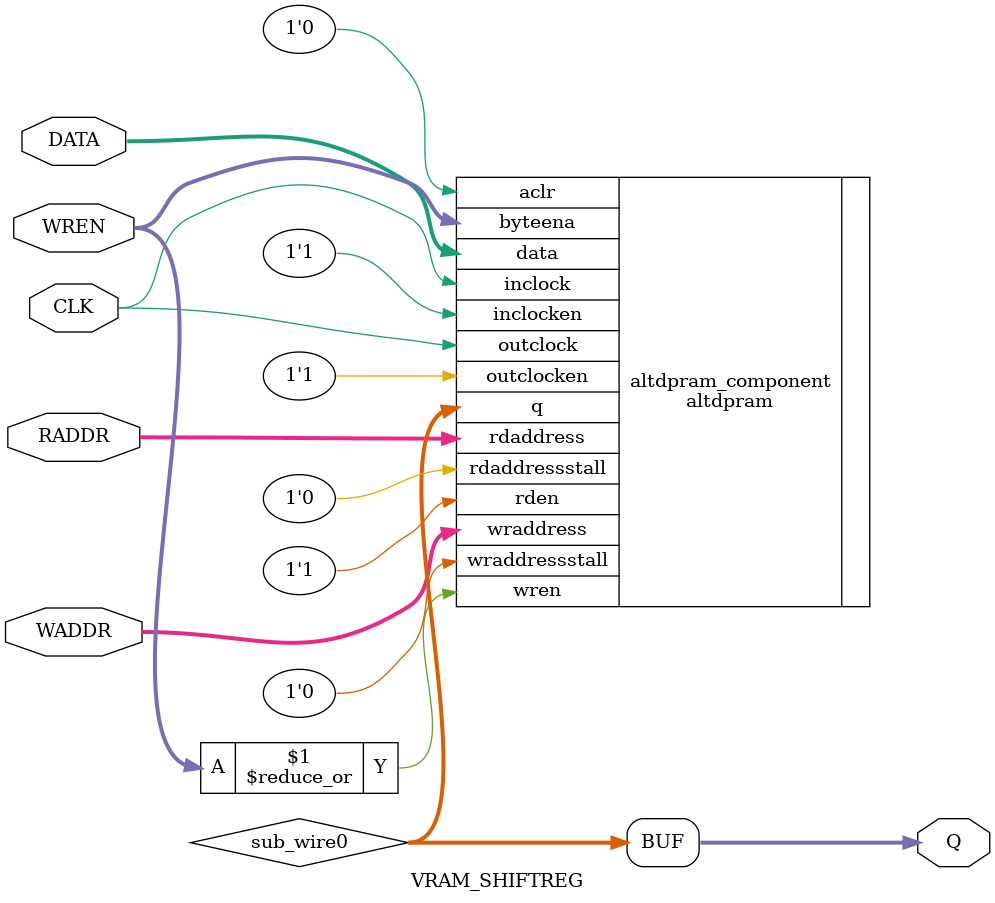
<source format=sv>
module VRAM_MEM_64Kx8 (
	input          CLK,
	
	input  [15: 1] ADDR,
	input  [15: 0] DATA,
	input          WREN,
	input  [ 1: 0] BE,
	output [15: 0] Q,
	
	input  [15: 3] SADDR,
	input  [63: 0] SDATA,
	input          SWREN,
	output [63: 0] SQ
);

	wire [15:0] sub_wire0;
	wire [63:0] sub_wire1;

	altsyncram	altsyncram_component (
				.byteena_a (BE),
				.clock0 (CLK),
				.wren_a (WREN),
				.address_b (SADDR),
				.data_b (SDATA),
				.wren_b (SWREN),
				.address_a (ADDR),
				.data_a (DATA),
				.q_a (sub_wire0),
				.q_b (sub_wire1),
				.aclr0 (1'b0),
				.aclr1 (1'b0),
				.addressstall_a (1'b0),
				.addressstall_b (1'b0),
				.byteena_b (1'b1),
				.clock1 (1'b1),
				.clocken0 (1'b1),
				.clocken1 (1'b1),
				.clocken2 (1'b1),
				.clocken3 (1'b1),
				.eccstatus (),
				.rden_a (1'b1),
				.rden_b (1'b1));
	defparam
		altsyncram_component.address_reg_b = "CLOCK0",
		altsyncram_component.byte_size = 8,
		altsyncram_component.clock_enable_input_a = "BYPASS",
		altsyncram_component.clock_enable_input_b = "BYPASS",
		altsyncram_component.clock_enable_output_a = "BYPASS",
		altsyncram_component.clock_enable_output_b = "BYPASS",
		altsyncram_component.indata_reg_b = "CLOCK0",
		altsyncram_component.intended_device_family = "Cyclone V",
		altsyncram_component.lpm_type = "altsyncram",
		altsyncram_component.numwords_a = 32768,
		altsyncram_component.numwords_b = 8192,
		altsyncram_component.operation_mode = "BIDIR_DUAL_PORT",
		altsyncram_component.outdata_aclr_a = "NONE",
		altsyncram_component.outdata_aclr_b = "NONE",
		altsyncram_component.outdata_reg_a = "UNREGISTERED",
		altsyncram_component.outdata_reg_b = "UNREGISTERED",
		altsyncram_component.power_up_uninitialized = "FALSE",
		altsyncram_component.read_during_write_mode_mixed_ports = "DONT_CARE",
		altsyncram_component.read_during_write_mode_port_a = "NEW_DATA_NO_NBE_READ",
		altsyncram_component.read_during_write_mode_port_b = "NEW_DATA_NO_NBE_READ",
		altsyncram_component.widthad_a = 15,
		altsyncram_component.widthad_b = 13,
		altsyncram_component.width_a = 16,
		altsyncram_component.width_b = 64,
		altsyncram_component.width_byteena_a = 2,
		altsyncram_component.width_byteena_b = 1,
		altsyncram_component.wrcontrol_wraddress_reg_b = "CLOCK0";

	assign Q = sub_wire0;
	assign SQ = sub_wire1;

endmodule


module VRAM_SHIFTREG 
#( parameter addr_width = 8 )
(
	input                    CLK,
	input  [addr_width-1: 3] WADDR,
	input  [          63: 0] DATA,
	input  [           7: 0] WREN,
	input  [addr_width-1: 3] RADDR,
	output [          63: 0] Q
);

	wire [63:0] sub_wire0;
		
	altdpram	altdpram_component (
				.data (DATA),
				.inclock (CLK),
				.outclock (CLK),
				.rdaddress (RADDR),
				.wraddress (WADDR),
				.wren (|WREN),
				.q (sub_wire0),
				.aclr (1'b0),
				.byteena (WREN),
				.inclocken (1'b1),
				.outclocken (1'b1),
				.rdaddressstall (1'b0),
				.rden (1'b1),
//				.sclr (1'b0),
				.wraddressstall (1'b0));
	defparam
		altdpram_component.indata_aclr = "OFF",
		altdpram_component.indata_reg = "INCLOCK",
		altdpram_component.intended_device_family = "Cyclone V",
		altdpram_component.lpm_type = "altdpram",
		altdpram_component.outdata_aclr = "OFF",
		altdpram_component.outdata_reg = "UNREGISTERED",
		altdpram_component.ram_block_type = "MLAB",
		altdpram_component.rdaddress_aclr = "OFF",
		altdpram_component.rdaddress_reg = "UNREGISTERED",
		altdpram_component.rdcontrol_aclr = "OFF",
		altdpram_component.rdcontrol_reg = "UNREGISTERED",
		altdpram_component.read_during_write_mode_mixed_ports = "CONSTRAINED_DONT_CARE",
		altdpram_component.width = 64,
		altdpram_component.widthad = addr_width-3,
		altdpram_component.byte_size = 8,
		altdpram_component.width_byteena = 8,
		altdpram_component.wraddress_aclr = "OFF",
		altdpram_component.wraddress_reg = "INCLOCK",
		altdpram_component.wrcontrol_aclr = "OFF",
		altdpram_component.wrcontrol_reg = "INCLOCK";
		
	assign Q = sub_wire0;

endmodule



</source>
